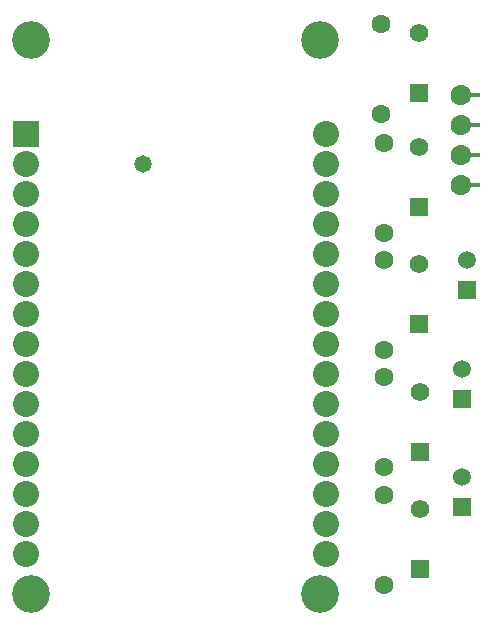
<source format=gbr>
G04*
G04 #@! TF.GenerationSoftware,Altium Limited,Altium Designer,22.4.2 (48)*
G04*
G04 Layer_Color=8388736*
%FSLAX25Y25*%
%MOIN*%
G70*
G04*
G04 #@! TF.SameCoordinates,AC32F47B-EC56-4475-8078-1485B9E55ABE*
G04*
G04*
G04 #@! TF.FilePolarity,Negative*
G04*
G01*
G75*
%ADD13C,0.12611*%
%ADD14C,0.08674*%
%ADD15R,0.08674X0.08674*%
%ADD16C,0.05989*%
%ADD17R,0.05989X0.05989*%
%ADD18C,0.06194*%
%ADD19R,0.06194X0.06194*%
%ADD20C,0.06312*%
%ADD21C,0.06784*%
%ADD22C,0.05800*%
G36*
X541134Y260354D02*
X541189Y260705D01*
X541280Y261047D01*
X541405Y261378D01*
X541567Y261693D01*
X541760Y261988D01*
X541984Y262264D01*
X542236Y262516D01*
X542512Y262740D01*
X542807Y262933D01*
X543122Y263094D01*
X543453Y263221D01*
X543795Y263311D01*
X544146Y263366D01*
X544500Y263386D01*
X544650Y263382D01*
X544803Y263370D01*
X544957Y263354D01*
X545110Y263331D01*
X545264Y263295D01*
X545413Y263260D01*
X545559Y263213D01*
X545709Y263161D01*
X545850Y263102D01*
X545992Y263035D01*
X546126Y262965D01*
X546264Y262886D01*
X546394Y262803D01*
X546520Y262713D01*
X546642Y262614D01*
X546756Y262516D01*
X546870Y262405D01*
X546976Y262295D01*
X547079Y262177D01*
X547177Y262059D01*
X547268Y261933D01*
X547354Y261803D01*
X547433Y261669D01*
X547504Y261531D01*
X547571Y261394D01*
X547634Y261252D01*
X547685Y261106D01*
X547732Y260957D01*
X547772Y260807D01*
X547807Y260650D01*
X550917D01*
Y259350D01*
X547807D01*
X547772Y259193D01*
X547732Y259043D01*
X547685Y258894D01*
X547634Y258748D01*
X547571Y258606D01*
X547504Y258469D01*
X547433Y258331D01*
X547354Y258197D01*
X547268Y258067D01*
X547177Y257941D01*
X547079Y257823D01*
X546976Y257705D01*
X546870Y257594D01*
X546756Y257484D01*
X546642Y257386D01*
X546520Y257287D01*
X546394Y257197D01*
X546264Y257114D01*
X546126Y257035D01*
X545992Y256965D01*
X545850Y256898D01*
X545709Y256839D01*
X545559Y256787D01*
X545413Y256740D01*
X545264Y256705D01*
X545110Y256669D01*
X544957Y256646D01*
X544803Y256630D01*
X544650Y256618D01*
X544500Y256614D01*
X544146Y256634D01*
X543795Y256689D01*
X543453Y256780D01*
X543122Y256906D01*
X542807Y257067D01*
X542512Y257260D01*
X542236Y257484D01*
X541984Y257736D01*
X541760Y258012D01*
X541567Y258307D01*
X541405Y258622D01*
X541280Y258953D01*
X541189Y259295D01*
X541134Y259646D01*
X541114Y260000D01*
X541134Y260354D01*
D02*
G37*
G36*
Y270354D02*
X541189Y270705D01*
X541280Y271047D01*
X541405Y271378D01*
X541567Y271693D01*
X541760Y271988D01*
X541984Y272264D01*
X542236Y272516D01*
X542512Y272740D01*
X542807Y272933D01*
X543122Y273095D01*
X543453Y273220D01*
X543795Y273311D01*
X544146Y273366D01*
X544500Y273386D01*
X544650Y273382D01*
X544803Y273370D01*
X544957Y273354D01*
X545110Y273331D01*
X545264Y273295D01*
X545413Y273260D01*
X545559Y273213D01*
X545709Y273161D01*
X545850Y273102D01*
X545992Y273035D01*
X546126Y272965D01*
X546264Y272886D01*
X546394Y272803D01*
X546520Y272713D01*
X546642Y272614D01*
X546756Y272516D01*
X546870Y272406D01*
X546976Y272295D01*
X547079Y272177D01*
X547177Y272059D01*
X547268Y271933D01*
X547354Y271803D01*
X547433Y271669D01*
X547504Y271532D01*
X547571Y271394D01*
X547634Y271252D01*
X547685Y271106D01*
X547732Y270957D01*
X547772Y270807D01*
X547807Y270650D01*
X550917D01*
Y269350D01*
X547807D01*
X547772Y269193D01*
X547732Y269043D01*
X547685Y268894D01*
X547634Y268748D01*
X547571Y268606D01*
X547504Y268468D01*
X547433Y268331D01*
X547354Y268197D01*
X547268Y268067D01*
X547177Y267941D01*
X547079Y267823D01*
X546976Y267705D01*
X546870Y267595D01*
X546756Y267484D01*
X546642Y267386D01*
X546520Y267287D01*
X546394Y267197D01*
X546264Y267114D01*
X546126Y267035D01*
X545992Y266965D01*
X545850Y266898D01*
X545709Y266839D01*
X545559Y266787D01*
X545413Y266740D01*
X545264Y266705D01*
X545110Y266669D01*
X544957Y266646D01*
X544803Y266630D01*
X544650Y266618D01*
X544500Y266614D01*
X544146Y266634D01*
X543795Y266689D01*
X543453Y266779D01*
X543122Y266905D01*
X542807Y267067D01*
X542512Y267260D01*
X542236Y267484D01*
X541984Y267736D01*
X541760Y268012D01*
X541567Y268307D01*
X541405Y268622D01*
X541280Y268953D01*
X541189Y269295D01*
X541134Y269646D01*
X541114Y270000D01*
X541134Y270354D01*
D02*
G37*
G36*
Y280354D02*
X541189Y280705D01*
X541280Y281047D01*
X541405Y281378D01*
X541567Y281693D01*
X541760Y281988D01*
X541984Y282264D01*
X542236Y282516D01*
X542512Y282740D01*
X542807Y282933D01*
X543122Y283095D01*
X543453Y283221D01*
X543795Y283311D01*
X544146Y283366D01*
X544500Y283386D01*
X544650Y283382D01*
X544803Y283370D01*
X544957Y283354D01*
X545110Y283331D01*
X545264Y283295D01*
X545413Y283260D01*
X545559Y283213D01*
X545709Y283161D01*
X545850Y283102D01*
X545992Y283035D01*
X546126Y282965D01*
X546264Y282886D01*
X546394Y282803D01*
X546520Y282713D01*
X546642Y282614D01*
X546756Y282516D01*
X546870Y282405D01*
X546976Y282295D01*
X547079Y282177D01*
X547177Y282059D01*
X547268Y281933D01*
X547354Y281803D01*
X547433Y281669D01*
X547504Y281532D01*
X547571Y281394D01*
X547634Y281252D01*
X547685Y281106D01*
X547732Y280957D01*
X547772Y280807D01*
X547807Y280650D01*
X550917D01*
Y279350D01*
X547807D01*
X547772Y279193D01*
X547732Y279043D01*
X547685Y278894D01*
X547634Y278748D01*
X547571Y278606D01*
X547504Y278468D01*
X547433Y278331D01*
X547354Y278197D01*
X547268Y278067D01*
X547177Y277941D01*
X547079Y277823D01*
X546976Y277705D01*
X546870Y277594D01*
X546756Y277484D01*
X546642Y277386D01*
X546520Y277287D01*
X546394Y277197D01*
X546264Y277114D01*
X546126Y277035D01*
X545992Y276965D01*
X545850Y276898D01*
X545709Y276839D01*
X545559Y276787D01*
X545413Y276740D01*
X545264Y276705D01*
X545110Y276669D01*
X544957Y276646D01*
X544803Y276630D01*
X544650Y276618D01*
X544500Y276614D01*
X544146Y276634D01*
X543795Y276689D01*
X543453Y276780D01*
X543122Y276905D01*
X542807Y277067D01*
X542512Y277260D01*
X542236Y277484D01*
X541984Y277736D01*
X541760Y278012D01*
X541567Y278307D01*
X541405Y278622D01*
X541280Y278953D01*
X541189Y279295D01*
X541134Y279646D01*
X541114Y280000D01*
X541134Y280354D01*
D02*
G37*
G36*
Y290354D02*
X541189Y290705D01*
X541280Y291047D01*
X541405Y291378D01*
X541567Y291693D01*
X541760Y291988D01*
X541984Y292264D01*
X542236Y292516D01*
X542512Y292740D01*
X542807Y292933D01*
X543122Y293094D01*
X543453Y293220D01*
X543795Y293311D01*
X544146Y293366D01*
X544500Y293386D01*
X544650Y293382D01*
X544803Y293370D01*
X544957Y293354D01*
X545110Y293331D01*
X545264Y293295D01*
X545413Y293260D01*
X545559Y293213D01*
X545709Y293161D01*
X545850Y293102D01*
X545992Y293035D01*
X546126Y292965D01*
X546264Y292886D01*
X546394Y292803D01*
X546520Y292713D01*
X546642Y292614D01*
X546756Y292516D01*
X546870Y292406D01*
X546976Y292295D01*
X547079Y292177D01*
X547177Y292059D01*
X547268Y291933D01*
X547354Y291803D01*
X547433Y291669D01*
X547504Y291531D01*
X547571Y291394D01*
X547634Y291252D01*
X547685Y291106D01*
X547732Y290957D01*
X547772Y290807D01*
X547807Y290650D01*
X550917D01*
Y289350D01*
X547807D01*
X547772Y289193D01*
X547732Y289043D01*
X547685Y288894D01*
X547634Y288748D01*
X547571Y288606D01*
X547504Y288469D01*
X547433Y288331D01*
X547354Y288197D01*
X547268Y288067D01*
X547177Y287941D01*
X547079Y287823D01*
X546976Y287705D01*
X546870Y287595D01*
X546756Y287484D01*
X546642Y287386D01*
X546520Y287287D01*
X546394Y287197D01*
X546264Y287114D01*
X546126Y287035D01*
X545992Y286965D01*
X545850Y286898D01*
X545709Y286839D01*
X545559Y286787D01*
X545413Y286740D01*
X545264Y286705D01*
X545110Y286669D01*
X544957Y286646D01*
X544803Y286630D01*
X544650Y286618D01*
X544500Y286614D01*
X544146Y286634D01*
X543795Y286689D01*
X543453Y286779D01*
X543122Y286906D01*
X542807Y287067D01*
X542512Y287260D01*
X542236Y287484D01*
X541984Y287736D01*
X541760Y288012D01*
X541567Y288307D01*
X541405Y288622D01*
X541280Y288953D01*
X541189Y289295D01*
X541134Y289646D01*
X541114Y290000D01*
X541134Y290354D01*
D02*
G37*
D13*
X401154Y308421D02*
D03*
X497650D02*
D03*
Y123579D02*
D03*
X401154D02*
D03*
D14*
X499500Y137083D02*
D03*
Y147083D02*
D03*
Y157083D02*
D03*
Y167083D02*
D03*
Y177083D02*
D03*
Y187083D02*
D03*
Y197083D02*
D03*
Y207083D02*
D03*
Y217083D02*
D03*
Y227083D02*
D03*
Y237083D02*
D03*
Y247083D02*
D03*
Y257083D02*
D03*
Y267083D02*
D03*
Y277083D02*
D03*
X399500Y137083D02*
D03*
Y147083D02*
D03*
Y157083D02*
D03*
Y167083D02*
D03*
Y177083D02*
D03*
Y187083D02*
D03*
Y197083D02*
D03*
Y207083D02*
D03*
Y217083D02*
D03*
Y227083D02*
D03*
Y237083D02*
D03*
Y247083D02*
D03*
Y257083D02*
D03*
Y267083D02*
D03*
D15*
Y277083D02*
D03*
D16*
X545000Y162500D02*
D03*
Y198500D02*
D03*
X546500Y235000D02*
D03*
D17*
X545000Y152500D02*
D03*
Y188500D02*
D03*
X546500Y225000D02*
D03*
D18*
X531000Y152000D02*
D03*
Y191000D02*
D03*
X530500Y233500D02*
D03*
Y272500D02*
D03*
Y310500D02*
D03*
D19*
X531000Y132000D02*
D03*
Y171000D02*
D03*
X530500Y213500D02*
D03*
Y252500D02*
D03*
Y290500D02*
D03*
D20*
X519000Y156500D02*
D03*
Y126500D02*
D03*
Y196000D02*
D03*
Y166000D02*
D03*
Y235000D02*
D03*
Y205000D02*
D03*
Y274000D02*
D03*
Y244000D02*
D03*
X518000Y313500D02*
D03*
Y283500D02*
D03*
D21*
X544500Y260000D02*
D03*
Y270000D02*
D03*
Y280000D02*
D03*
Y290000D02*
D03*
D22*
X438583Y267083D02*
D03*
M02*

</source>
